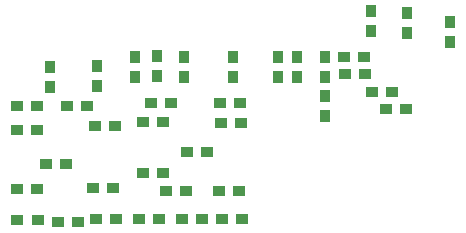
<source format=gbr>
G04 DipTrace 2.4.0.2*
%INBottomPaste.gbr*%
%MOIN*%
%ADD85R,0.0374X0.0413*%
%ADD87R,0.0413X0.0374*%
%FSLAX44Y44*%
G04*
G70*
G90*
G75*
G01*
%LNBotPaste*%
%LPD*%
D87*
X16479Y12516D3*
X15810D3*
X16450Y13087D3*
X15781D3*
X17849Y11367D3*
X17180D3*
X17373Y11922D3*
X16704D3*
D85*
X5986Y12762D3*
Y12093D3*
D87*
X6231Y7598D3*
X6900D3*
X9348Y11545D3*
X10017D3*
X10356Y7697D3*
X11025D3*
D85*
X13562Y12437D3*
Y13106D3*
X17872Y13901D3*
Y14570D3*
X14187Y12437D3*
Y13106D3*
X12062Y12437D3*
Y13106D3*
X8812Y12437D3*
Y13106D3*
X16655Y13953D3*
Y14622D3*
X19296Y14275D3*
Y13605D3*
X10437Y12437D3*
Y13106D3*
X7525Y12789D3*
Y12119D3*
D87*
X9743Y10917D3*
X9074D3*
X11660Y10889D3*
X12329D3*
X8177Y7678D3*
X7508D3*
X7464Y10780D3*
X8133D3*
X7217Y11463D3*
X6547D3*
X4880Y11475D3*
X5549D3*
X5551Y10668D3*
X4882D3*
X4886Y7658D3*
X5556D3*
X5551Y8707D3*
X4882D3*
X5847Y9513D3*
X6516D3*
X7398Y8733D3*
X8067D3*
X9736Y9229D3*
X9067D3*
X11598Y8630D3*
X12267D3*
X12299Y11558D3*
X11630D3*
D85*
X9525Y13115D3*
Y12446D3*
D87*
X8929Y7678D3*
X9599D3*
X12370Y7687D3*
X11700D3*
X11189Y9919D3*
X10520D3*
X9847Y8628D3*
X10516D3*
D85*
X15141Y12430D3*
Y13099D3*
X15133Y11132D3*
Y11801D3*
M02*

</source>
